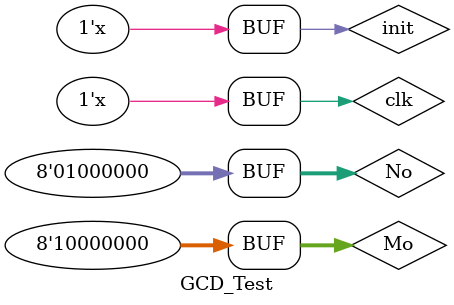
<source format=v>
`timescale 1ns / 1ps


module GCD_Test;

	// Inputs
	reg [7:0] Mo;
	reg [7:0] No;
	reg clk;
	reg init;

	// Outputs
	wire [7:0] G;

	// Instantiate the Unit Under Test (UUT)
	GCD_NEW uut (
		.Mo(Mo), 
		.No(No), 
		.clk(clk), 
		.init(init), 
		.G(G)
	);
	
	initial begin
	clk = 0;
	init =1;
	end
	
	always begin
		#5 clk = !clk;
	end
	
	always begin
		#7 init = !init;
		#93 init = !init;
	end
	
	
	initial begin
		// Initialize Inputs
		Mo = 0;
		No = 0;

		// Wait 100 ns for global reset to finish
		#200;
		
      Mo = 54;
		No = 45;
		#200;
		
		Mo = 54;
		No = 27;
		#200;
		
		Mo = 36;
		No = 8;
		#200;
		
		Mo = 36;
		No = 54;
		#200;
		
		Mo = 18;
		No = 54;
		#200;
		
		Mo = 35;
		No = 25;
		#200;
		
		Mo = 57;
		No = 19;
		#200;
		
		Mo = 9;
		No = 8;
		#200;
		
		Mo = 128;
		No = 64;
		#200;
		
		
		// Add stimulus here

	end
      
endmodule


</source>
